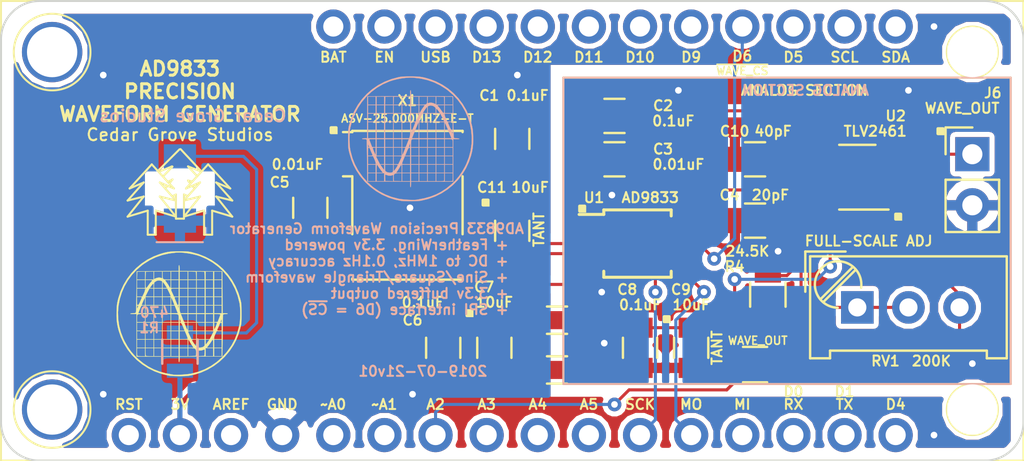
<source format=kicad_pcb>
(kicad_pcb (version 20171130) (host pcbnew "(5.0.0-rc2-dev-444-g2974a2c10)")
  (title_block (title Waveform_Generator) (date 2019-07-21) (rev v01) (company "Cedar Grove Studios"))
  (layers (0 F.Cu signal) (31 B.Cu signal) (34 B.Paste user hide) (35 F.Paste user) (36 B.SilkS user) (37 F.SilkS user) (38 B.Mask user) (39 F.Mask user) (44 Edge.Cuts user))
  (net 0 "")
  (net 1 GND)
  (net 2 +3V3)
  (net 3 "Net-(C1-Pad1)")
  (net 4 +3.3VA)
  (net 5 GNDA)
  (net 6 "Net-(C3-Pad2)")
  (net 7 "Net-(C4-Pad1)")
  (net 8 "Net-(C10-Pad1)")
  (net 9 "Net-(D1-Pad2)")
  (net 10 "Net-(J6-Pad1)")
  (net 11 /WAVE_OUT)
  (net 12 /SCLK)
  (net 13 /MOSI)
  (net 14 /~WAVE_CS)
  (net 15 /25MHZ_CLK)
  (module Adafruit:WAVE_GEN_LOGO (layer B.Cu) (at 115.6 102.1 180)
    (fp_text reference G*** hide)
    (fp_text value WAVE_GEN_LOGO hide)
  )
  (module Adafruit:NetTie_0603 (layer F.Cu) (at 122.875 111.125 180)
    (fp_text reference R2 hide)
    (fp_text value 0)
    (pad 1 smd rect (at -0.5 0 180) (size 1 0.9) (layers F.Cu F.Paste F.Mask) (net 4 +3.3VA))
    (pad 2 smd rect (at 0.5 0 180) (size 1 0.9) (layers F.Cu F.Paste F.Mask) (net 2 +3V3))
  )
  (module Adafruit:NetTie_0603 (layer F.Cu) (at 122.875 113.6 180)
    (fp_text reference R3 hide)
    (fp_text value 0)
    (pad 1 smd rect (at -0.5 0 180) (size 1 0.9) (layers F.Cu F.Paste F.Mask) (net 5 GNDA))
    (pad 2 smd rect (at 0.5 0 180) (size 1 0.9) (layers F.Cu F.Paste F.Mask) (net 1 GND))
  )
  (module Adafruit:Cedar_Grove_logo_lighted (layer F.Cu) (at 104.14 104.775)
    (fp_text reference D1)
    (fp_text value GRN)
    (pad 2 smd rect (at 0 -1.8) (size 1.6 1.2) (layers B.Cu B.Paste B.Mask) (net 9 "Net-(D1-Pad2)"))
    (pad 1 smd rect (at 0 1.4) (size 1.6 1.2) (layers B.Cu B.Paste B.Mask) (net 1 GND))
  )
  (module Pin_Headers:Pin_Header_Straight_1x02_Pitch2.54mm (layer F.Cu) (at 143.51 102.87)
    (fp_text reference J6 (at 1.016 -3.048) (layer F.SilkS) (effects (font (size 0.5 0.5) (thickness 0.1))))
    (fp_text value WAVE_OUT (at -0.508 -2.286) (layer F.SilkS) (effects (font (size 0.5 0.5) (thickness 0.1))))
    (pad 2 thru_hole oval (at 0 2.54) (size 1.7 1.7) (drill 1) (layers *.Cu *.Mask) (net 5 GNDA))
    (pad 1 thru_hole rect (at 0 0) (size 1.7 1.7) (drill 1) (layers *.Cu *.Mask) (net 10 "Net-(J6-Pad1)"))
  )
  (module Potentiometers:Potentiometer_Trimmer_Bourns_PV36W (layer F.Cu) (at 137.795 110.49)
    (fp_text reference RV1 (at 1.397 2.667) (layer F.SilkS) (effects (font (size 0.5 0.5) (thickness 0.1))))
    (fp_text value 200K (at 3.683 2.667) (layer F.SilkS) (effects (font (size 0.5 0.5) (thickness 0.1))))
    (pad 3 thru_hole circle (at 5.08 0 180) (size 1.62 1.62) (drill 0.9) (layers *.Cu *.Mask) (net 10 "Net-(J6-Pad1)"))
    (pad 2 thru_hole circle (at 2.54 0 180) (size 1.62 1.62) (drill 0.9) (layers *.Cu *.Mask) (net 8 "Net-(C10-Pad1)"))
    (pad 1 thru_hole rect (at 0 0 180) (size 1.62 1.62) (drill 0.9) (layers *.Cu *.Mask) (net 8 "Net-(C10-Pad1)"))
  )
  (module Housings_SSOP:MSOP-10_3x3mm_Pitch0.5mm (layer F.Cu) (at 126.873 107.315)
    (fp_text reference U1 (at -2.159 -2.286) (layer F.SilkS) (effects (font (size 0.5 0.5) (thickness 0.1))))
    (fp_text value AD9833 (at 0.635 -2.286) (layer F.SilkS) (effects (font (size 0.5 0.5) (thickness 0.1))))
    (pad 10 smd rect (at 2.2 -1) (size 1.4 0.3) (layers F.Cu F.Paste F.Mask) (net 7 "Net-(C4-Pad1)"))
    (pad 9 smd rect (at 2.2 -0.5) (size 1.4 0.3) (layers F.Cu F.Paste F.Mask) (net 5 GNDA))
    (pad 8 smd rect (at 2.2 0) (size 1.4 0.3) (layers F.Cu F.Paste F.Mask) (net 14 /~WAVE_CS))
    (pad 7 smd rect (at 2.2 0.5) (size 1.4 0.3) (layers F.Cu F.Paste F.Mask) (net 12 /SCLK))
    (pad 6 smd rect (at 2.2 1) (size 1.4 0.3) (layers F.Cu F.Paste F.Mask) (net 13 /MOSI))
    (pad 5 smd rect (at -2.2 1) (size 1.4 0.3) (layers F.Cu F.Paste F.Mask) (net 15 /25MHZ_CLK))
    (pad 4 smd rect (at -2.2 0.5) (size 1.4 0.3) (layers F.Cu F.Paste F.Mask) (net 1 GND))
    (pad 3 smd rect (at -2.2 0) (size 1.4 0.3) (layers F.Cu F.Paste F.Mask) (net 3 "Net-(C1-Pad1)"))
    (pad 2 smd rect (at -2.2 -0.5) (size 1.4 0.3) (layers F.Cu F.Paste F.Mask) (net 4 +3.3VA))
    (pad 1 smd rect (at -2.2 -1) (size 1.4 0.3) (layers F.Cu F.Paste F.Mask) (net 6 "Net-(C3-Pad2)"))
  )
  (module Oscillators:Oscillator_SMD_Abracon_ASV-4pin_7.0x5.1mm (layer F.Cu) (at 115.443 105.41 270)
    (fp_text reference X1 (at -5.207 0) (layer F.SilkS) (effects (font (size 0.5 0.5) (thickness 0.1))))
    (fp_text value ASV-25.000MHZ-E-T (at -4.318 0) (layer F.SilkS) (effects (font (size 0.4 0.4) (thickness 0.08))))
    (pad 4 smd rect (at -2.54 -2 270) (size 1.8 2) (layers F.Cu F.Paste F.Mask) (net 2 +3V3))
    (pad 3 smd rect (at 2.54 -2 270) (size 1.8 2) (layers F.Cu F.Paste F.Mask) (net 15 /25MHZ_CLK))
    (pad 2 smd rect (at 2.54 2 270) (size 1.8 2) (layers F.Cu F.Paste F.Mask) (net 1 GND))
    (pad 1 smd rect (at -2.54 2 270) (size 1.8 2) (layers F.Cu F.Paste F.Mask) (net 2 +3V3))
  )
  (module Adafruit:Adafruit_Feather_M4_Express_bare (layer F.Cu) (at 120.65 106.68)
    (fp_text reference M1)
    (fp_text value Feather_M4_Express)
    (fp_text user D1 (at 16.51 8.001) (layer F.SilkS) (effects (font (size 0.5 0.5) (thickness 0.1))))
    (fp_text user D0 (at 13.97 8.001) (layer F.SilkS) (effects (font (size 0.5 0.5) (thickness 0.1))))
    (fp_text user RST (at -19.05 8.636) (layer F.SilkS) (effects (font (size 0.5 0.5) (thickness 0.1))))
    (fp_text user 3V (at -16.51 8.636) (layer F.SilkS) (effects (font (size 0.5 0.5) (thickness 0.1))))
    (fp_text user AREF (at -13.97 8.636) (layer F.SilkS) (effects (font (size 0.5 0.5) (thickness 0.1))))
    (fp_text user GND (at -11.43 8.636) (layer F.SilkS) (effects (font (size 0.5 0.5) (thickness 0.1))))
    (fp_text user ~~A0 (at -8.89 8.636) (layer F.SilkS) (effects (font (size 0.5 0.5) (thickness 0.1))))
    (fp_text user ~~A1 (at -6.35 8.636) (layer F.SilkS) (effects (font (size 0.5 0.5) (thickness 0.1))))
    (fp_text user A2 (at -3.81 8.636) (layer F.SilkS) (effects (font (size 0.5 0.5) (thickness 0.1))))
    (fp_text user A4 (at 1.27 8.636) (layer F.SilkS) (effects (font (size 0.5 0.5) (thickness 0.1))))
    (fp_text user A5 (at 3.81 8.636) (layer F.SilkS) (effects (font (size 0.5 0.5) (thickness 0.1))))
    (fp_text user A3 (at -1.27 8.636) (layer F.SilkS) (effects (font (size 0.5 0.5) (thickness 0.1))))
    (fp_text user SCK (at 6.35 8.636) (layer F.SilkS) (effects (font (size 0.5 0.5) (thickness 0.1))))
    (fp_text user MI (at 11.43 8.636) (layer F.SilkS) (effects (font (size 0.5 0.5) (thickness 0.1))))
    (fp_text user MO (at 8.89 8.636) (layer F.SilkS) (effects (font (size 0.5 0.5) (thickness 0.1))))
    (fp_text user RX (at 13.97 8.636) (layer F.SilkS) (effects (font (size 0.5 0.5) (thickness 0.1))))
    (fp_text user D13 (at -1.27 -8.636) (layer F.SilkS) (effects (font (size 0.5 0.5) (thickness 0.1))))
    (fp_text user D11 (at 3.81 -8.636) (layer F.SilkS) (effects (font (size 0.5 0.5) (thickness 0.1))))
    (fp_text user D10 (at 6.35 -8.636) (layer F.SilkS) (effects (font (size 0.5 0.5) (thickness 0.1))))
    (fp_text user EN (at -6.35 -8.636) (layer F.SilkS) (effects (font (size 0.5 0.5) (thickness 0.1))))
    (fp_text user USB (at -3.81 -8.636) (layer F.SilkS) (effects (font (size 0.5 0.5) (thickness 0.1))))
    (fp_text user D12 (at 1.27 -8.636) (layer F.SilkS) (effects (font (size 0.5 0.5) (thickness 0.1))))
    (fp_text user BAT (at -8.89 -8.636) (layer F.SilkS) (effects (font (size 0.5 0.5) (thickness 0.1))))
    (fp_text user SDA (at 19.05 -8.636) (layer F.SilkS) (effects (font (size 0.5 0.5) (thickness 0.1))))
    (fp_text user SCL (at 16.51 -8.636) (layer F.SilkS) (effects (font (size 0.5 0.5) (thickness 0.1))))
    (fp_text user D6 (at 11.43 -8.6868) (layer F.SilkS) (effects (font (size 0.5 0.5) (thickness 0.1))))
    (fp_text user D9 (at 8.89 -8.636) (layer F.SilkS) (effects (font (size 0.5 0.5) (thickness 0.1))))
    (fp_text user D5 (at 13.97 -8.636) (layer F.SilkS) (effects (font (size 0.5 0.5) (thickness 0.1))))
    (fp_text user TX (at 16.51 8.636) (layer F.SilkS) (effects (font (size 0.5 0.5) (thickness 0.1))))
    (fp_text user D4 (at 19.05 8.636) (layer F.SilkS) (effects (font (size 0.5 0.5) (thickness 0.1))))
    (pad 1 thru_hole circle (at -19.05 10.16) (size 1.7 1.7) (drill 1) (layers *.Cu *.Mask))
    (pad 2 thru_hole circle (at -16.51 10.16) (size 1.7 1.7) (drill 1) (layers *.Cu *.Mask) (net 2 +3V3))
    (pad 3 thru_hole circle (at -13.97 10.16) (size 1.7 1.7) (drill 1) (layers *.Cu *.Mask))
    (pad 4 thru_hole circle (at -11.43 10.16) (size 1.7 1.7) (drill 1) (layers *.Cu *.Mask) (net 1 GND))
    (pad 5 thru_hole circle (at -8.89 10.16) (size 1.7 1.7) (drill 1) (layers *.Cu *.Mask))
    (pad 6 thru_hole circle (at -6.35 10.16) (size 1.7 1.7) (drill 1) (layers *.Cu *.Mask))
    (pad 7 thru_hole circle (at -3.81 10.16) (size 1.7 1.7) (drill 1) (layers *.Cu *.Mask) (net 11 /WAVE_OUT))
    (pad 8 thru_hole circle (at -1.27 10.16) (size 1.7 1.7) (drill 1) (layers *.Cu *.Mask))
    (pad 9 thru_hole circle (at 1.27 10.16) (size 1.7 1.7) (drill 1) (layers *.Cu *.Mask))
    (pad 10 thru_hole circle (at 3.81 10.16) (size 1.7 1.7) (drill 1) (layers *.Cu *.Mask))
    (pad 11 thru_hole circle (at 6.35 10.16) (size 1.7 1.7) (drill 1) (layers *.Cu *.Mask) (net 12 /SCLK))
    (pad 12 thru_hole circle (at 8.89 10.16) (size 1.7 1.7) (drill 1) (layers *.Cu *.Mask) (net 13 /MOSI))
    (pad 13 thru_hole circle (at 11.43 10.16) (size 1.7 1.7) (drill 1) (layers *.Cu *.Mask))
    (pad 14 thru_hole circle (at 13.97 10.16) (size 1.7 1.7) (drill 1) (layers *.Cu *.Mask))
    (pad 15 thru_hole circle (at 16.51 10.16) (size 1.7 1.7) (drill 1) (layers *.Cu *.Mask))
    (pad 16 thru_hole circle (at 19.05 10.16) (size 1.7 1.7) (drill 1) (layers *.Cu *.Mask))
    (pad 17 thru_hole circle (at -8.89 -10.16) (size 1.7 1.7) (drill 1) (layers *.Cu *.Mask))
    (pad 18 thru_hole circle (at -6.35 -10.16) (size 1.7 1.7) (drill 1) (layers *.Cu *.Mask))
    (pad 19 thru_hole circle (at -3.81 -10.16) (size 1.7 1.7) (drill 1) (layers *.Cu *.Mask))
    (pad 20 thru_hole circle (at -1.27 -10.16) (size 1.7 1.7) (drill 1) (layers *.Cu *.Mask))
    (pad 21 thru_hole circle (at 1.27 -10.16) (size 1.7 1.7) (drill 1) (layers *.Cu *.Mask))
    (pad 22 thru_hole circle (at 3.81 -10.16) (size 1.7 1.7) (drill 1) (layers *.Cu *.Mask))
    (pad 23 thru_hole circle (at 6.35 -10.16) (size 1.7 1.7) (drill 1) (layers *.Cu *.Mask))
    (pad 24 thru_hole circle (at 8.89 -10.16) (size 1.7 1.7) (drill 1) (layers *.Cu *.Mask))
    (pad 25 thru_hole circle (at 11.43 -10.16) (size 1.7 1.7) (drill 1) (layers *.Cu *.Mask) (net 14 /~WAVE_CS))
    (pad 26 thru_hole circle (at 13.97 -10.16) (size 1.7 1.7) (drill 1) (layers *.Cu *.Mask))
    (pad 27 thru_hole circle (at 16.51 -10.16) (size 1.7 1.7) (drill 1) (layers *.Cu *.Mask))
    (pad 28 thru_hole circle (at 19.05 -10.16) (size 1.7 1.7) (drill 1) (layers *.Cu *.Mask))
    (pad "" np_thru_hole circle (at 22.86 -8.89) (size 2.5 2.5) (drill 2.5) (layers *.Cu *.Mask))
    (pad "" np_thru_hole circle (at 22.86 8.89) (size 2.5 2.5) (drill 2.5) (layers *.Cu *.Mask))
    (pad "" thru_hole circle (at -22.86 8.89) (size 3 3) (drill 2.5) (layers *.Cu *.Mask))
    (pad "" thru_hole circle (at -22.86 -8.89) (size 3 3) (drill 2.5) (layers *.Cu *.Mask))
  )
  (module Capacitors_SMD:C_0805 (layer F.Cu) (at 120.65 102.108 90)
    (fp_text reference C1 (at 2.159 -1.143) (layer F.SilkS) (effects (font (size 0.5 0.5) (thickness 0.1))))
    (fp_text value 0.1uF (at 2.159 0.762 180) (layer F.SilkS) (effects (font (size 0.5 0.5) (thickness 0.1))))
    (pad 1 smd rect (at -1 0 90) (size 1 1.25) (layers F.Cu F.Paste F.Mask) (net 3 "Net-(C1-Pad1)"))
    (pad 2 smd rect (at 1 0 90) (size 1 1.25) (layers F.Cu F.Paste F.Mask) (net 1 GND))
  )
  (module Capacitors_SMD:C_0805 (layer F.Cu) (at 125.73 100.965 180)
    (fp_text reference C2 (at -2.413 0.508 180) (layer F.SilkS) (effects (font (size 0.5 0.5) (thickness 0.1))))
    (fp_text value 0.1uF (at -2.921 -0.254 180) (layer F.SilkS) (effects (font (size 0.5 0.5) (thickness 0.1))))
    (pad 2 smd rect (at 1 0 180) (size 1 1.25) (layers F.Cu F.Paste F.Mask) (net 5 GNDA))
    (pad 1 smd rect (at -1 0 180) (size 1 1.25) (layers F.Cu F.Paste F.Mask) (net 4 +3.3VA))
  )
  (module Capacitors_SMD:C_0805 (layer F.Cu) (at 125.73 103.124 180)
    (fp_text reference C3 (at -2.413 0.508) (layer F.SilkS) (effects (font (size 0.5 0.5) (thickness 0.1))))
    (fp_text value 0.01uF (at -3.175 -0.254) (layer F.SilkS) (effects (font (size 0.5 0.5) (thickness 0.1))))
    (pad 1 smd rect (at -1 0 180) (size 1 1.25) (layers F.Cu F.Paste F.Mask) (net 4 +3.3VA))
    (pad 2 smd rect (at 1 0 180) (size 1 1.25) (layers F.Cu F.Paste F.Mask) (net 6 "Net-(C3-Pad2)"))
  )
  (module Capacitors_SMD:C_0805 (layer F.Cu) (at 132.715 106.172 180)
    (fp_text reference C4 (at 1.27 1.27 180) (layer F.SilkS) (effects (font (size 0.5 0.5) (thickness 0.1))))
    (fp_text value 20pF (at -0.762 1.27 180) (layer F.SilkS) (effects (font (size 0.5 0.5) (thickness 0.1))))
    (pad 1 smd rect (at -1 0 180) (size 1 1.25) (layers F.Cu F.Paste F.Mask) (net 7 "Net-(C4-Pad1)"))
    (pad 2 smd rect (at 1 0 180) (size 1 1.25) (layers F.Cu F.Paste F.Mask) (net 5 GNDA))
  )
  (module Capacitors_SMD:C_0805 (layer F.Cu) (at 110.617 105.537 270)
    (fp_text reference C5 (at -1.27 1.524) (layer F.SilkS) (effects (font (size 0.5 0.5) (thickness 0.1))))
    (fp_text value 0.01uF (at -2.159 0.635) (layer F.SilkS) (effects (font (size 0.5 0.5) (thickness 0.1))))
    (pad 2 smd rect (at 1 0 270) (size 1 1.25) (layers F.Cu F.Paste F.Mask) (net 1 GND))
    (pad 1 smd rect (at -1 0 270) (size 1 1.25) (layers F.Cu F.Paste F.Mask) (net 2 +3V3))
  )
  (module Capacitors_SMD:C_0805 (layer F.Cu) (at 119.761 112.499 270)
    (fp_text reference C7 (at -3.025 0.508) (layer F.SilkS) (effects (font (size 0.5 0.5) (thickness 0.1))))
    (fp_text value 10uF (at -2.263 0) (layer F.SilkS) (effects (font (size 0.5 0.5) (thickness 0.1))))
    (pad 1 smd rect (at -1 0 270) (size 1 1.25) (layers F.Cu F.Paste F.Mask) (net 2 +3V3))
    (pad 2 smd rect (at 1 0 270) (size 1 1.25) (layers F.Cu F.Paste F.Mask) (net 1 GND))
  )
  (module Capacitors_SMD:C_0805 (layer F.Cu) (at 129.54 112.499 270)
    (fp_text reference C9 (at -2.898 0.508) (layer F.SilkS) (effects (font (size 0.5 0.5) (thickness 0.1))))
    (fp_text value 10uF (at -2.136 0) (layer F.SilkS) (effects (font (size 0.5 0.5) (thickness 0.1))))
    (pad 2 smd rect (at 1 0 270) (size 1 1.25) (layers F.Cu F.Paste F.Mask) (net 5 GNDA))
    (pad 1 smd rect (at -1 0 270) (size 1 1.25) (layers F.Cu F.Paste F.Mask) (net 4 +3.3VA))
  )
  (module Capacitors_SMD:C_0805 (layer F.Cu) (at 132.715 103.124 180)
    (fp_text reference C10 (at 1.016 1.397 180) (layer F.SilkS) (effects (font (size 0.5 0.5) (thickness 0.1))))
    (fp_text value 40pF (at -0.889 1.397 180) (layer F.SilkS) (effects (font (size 0.5 0.5) (thickness 0.1))))
    (pad 2 smd rect (at 1 0 180) (size 1 1.25) (layers F.Cu F.Paste F.Mask) (net 5 GNDA))
    (pad 1 smd rect (at -1 0 180) (size 1 1.25) (layers F.Cu F.Paste F.Mask) (net 8 "Net-(C10-Pad1)"))
  )
  (module Capacitors_SMD:C_0805 (layer F.Cu) (at 120.65 106.68 270)
    (fp_text reference C11 (at -2.159 1.016) (layer F.SilkS) (effects (font (size 0.5 0.5) (thickness 0.1))))
    (fp_text value 10uF (at -2.159 -0.889) (layer F.SilkS) (effects (font (size 0.5 0.5) (thickness 0.1))))
    (pad 2 smd rect (at 1 0 270) (size 1 1.25) (layers F.Cu F.Paste F.Mask) (net 1 GND))
    (pad 1 smd rect (at -1 0 270) (size 1 1.25) (layers F.Cu F.Paste F.Mask) (net 3 "Net-(C1-Pad1)"))
  )
  (module Resistors_SMD:R_0805 (layer B.Cu) (at 104.14 112.69 270)
    (fp_text reference R1 (at -1.184 1.524 180) (layer B.SilkS) (effects (font (size 0.5 0.5) (thickness 0.1)) (justify mirror)))
    (fp_text value 470 (at -1.946 1.27 180) (layer B.SilkS) (effects (font (size 0.5 0.5) (thickness 0.1)) (justify mirror)))
    (pad 1 smd rect (at -0.95 0 270) (size 0.7 1.3) (layers B.Cu B.Paste B.Mask) (net 9 "Net-(D1-Pad2)"))
    (pad 2 smd rect (at 0.95 0 270) (size 0.7 1.3) (layers B.Cu B.Paste B.Mask) (net 2 +3V3))
  )
  (module Resistors_SMD:R_0805 (layer F.Cu) (at 133.35 109.855 90)
    (fp_text reference R4 (at 1.397 -1.651 180) (layer F.SilkS) (effects (font (size 0.5 0.5) (thickness 0.1))))
    (fp_text value 24.5K (at 2.159 -1.016 180) (layer F.SilkS) (effects (font (size 0.5 0.5) (thickness 0.1))))
    (pad 2 smd rect (at 0.95 0 90) (size 0.7 1.3) (layers F.Cu F.Paste F.Mask) (net 8 "Net-(C10-Pad1)"))
    (pad 1 smd rect (at -0.95 0 90) (size 0.7 1.3) (layers F.Cu F.Paste F.Mask) (net 5 GNDA))
  )
  (module Resistors_SMD:R_0805 (layer F.Cu) (at 132.715 113.334)
    (fp_text reference R5 hide)
    (fp_text value 0)
    (pad 2 smd rect (at 0.95 0) (size 0.7 1.3) (layers F.Cu F.Paste F.Mask) (net 10 "Net-(J6-Pad1)"))
    (pad 1 smd rect (at -0.95 0) (size 0.7 1.3) (layers F.Cu F.Paste F.Mask) (net 11 /WAVE_OUT))
  )
  (module Capacitors_SMD:C_0805 (layer F.Cu) (at 127 112.499 270)
    (fp_text reference C8 (at -2.898 0.635) (layer F.SilkS) (effects (font (size 0.5 0.5) (thickness 0.1))))
    (fp_text value 0.1uF (at -2.136 0) (layer F.SilkS) (effects (font (size 0.5 0.5) (thickness 0.1))))
    (pad 2 smd rect (at 1 0 270) (size 1 1.25) (layers F.Cu F.Paste F.Mask) (net 5 GNDA))
    (pad 1 smd rect (at -1 0 270) (size 1 1.25) (layers F.Cu F.Paste F.Mask) (net 4 +3.3VA))
  )
  (module Capacitors_SMD:C_0805 (layer F.Cu) (at 117.221 112.499 270)
    (fp_text reference C6 (at -1.374 1.524) (layer F.SilkS) (effects (font (size 0.5 0.5) (thickness 0.1))))
    (fp_text value 0.1uF (at -2.263 1.016) (layer F.SilkS) (effects (font (size 0.5 0.5) (thickness 0.1))))
    (pad 2 smd rect (at 1 0 270) (size 1 1.25) (layers F.Cu F.Paste F.Mask) (net 1 GND))
    (pad 1 smd rect (at -1 0 270) (size 1 1.25) (layers F.Cu F.Paste F.Mask) (net 2 +3V3))
  )
  (module TO_SOT_Packages_SMD:SOT-23-5_HandSoldering (layer F.Cu) (at 137.795 104.013 180)
    (fp_text reference U2 (at -1.905 3.048 180) (layer F.SilkS) (effects (font (size 0.5 0.5) (thickness 0.1))))
    (fp_text value TLV2461 (at -0.889 2.286 180) (layer F.SilkS) (effects (font (size 0.5 0.5) (thickness 0.1))))
    (pad 5 smd rect (at 1.35 -0.95 180) (size 1.56 0.65) (layers F.Cu F.Paste F.Mask) (net 4 +3.3VA))
    (pad 4 smd rect (at 1.35 0.95 180) (size 1.56 0.65) (layers F.Cu F.Paste F.Mask) (net 8 "Net-(C10-Pad1)"))
    (pad 3 smd rect (at -1.35 0.95 180) (size 1.56 0.65) (layers F.Cu F.Paste F.Mask) (net 7 "Net-(C4-Pad1)"))
    (pad 2 smd rect (at -1.35 0 180) (size 1.56 0.65) (layers F.Cu F.Paste F.Mask) (net 5 GNDA))
    (pad 1 smd rect (at -1.35 -0.95 180) (size 1.56 0.65) (layers F.Cu F.Paste F.Mask) (net 10 "Net-(J6-Pad1)"))
  )
  (module Adafruit:WAVE_GEN_LOGO (layer F.Cu) (at 104.1 110.8)
    (fp_text reference G*** hide)
    (fp_text value WAVE_GEN_LOGO hide)
  )
  (gr_text WAVE_OUT (at 131.318 112.141) (layer F.SilkS) (effects (font (size 0.4 0.4) (thickness 0.08)) (justify left)))
  (gr_poly (pts (xy 111.65 101.8) (xy 111.65 101.55) (xy 111.9 101.55) (xy 111.9 101.8)) (layer F.SilkS) (width 0.15))
  (gr_poly (pts (xy 124 105.7) (xy 124 105.45) (xy 124.25 105.45) (xy 124.25 105.7)) (layer F.SilkS) (width 0.15))
  (gr_poly (pts (xy 139.7 106.1) (xy 139.7 105.85) (xy 139.95 105.85) (xy 139.95 106.1)) (layer F.SilkS) (width 0.15))
  (gr_poly (pts (xy 128.2 111.2) (xy 128.2 110.95) (xy 128.45 110.95) (xy 128.45 111.2)) (layer F.SilkS) (width 0.15))
  (gr_poly (pts (xy 119.2 105.4) (xy 119.2 105.15) (xy 119.45 105.15) (xy 119.45 105.4)) (layer F.SilkS) (width 0.15))
  (gr_poly (pts (xy 118.4 110.9) (xy 118.4 110.65) (xy 118.65 110.65) (xy 118.65 110.9)) (layer F.SilkS) (width 0.15))
  (gr_poly (pts (xy 141.8 101.85) (xy 141.8 101.6) (xy 142.05 101.6) (xy 142.05 101.85)) (layer F.SilkS) (width 0.15))
  (gr_text TANT (at 130.825 112.5 90) (layer F.SilkS) (effects (font (size 0.5 0.5) (thickness 0.1))))
  (gr_text TANT (at 121.975 106.625 90) (layer F.SilkS) (effects (font (size 0.5 0.5) (thickness 0.1))))
  (gr_text "Cedar Grove Studios" (at 104.775 100.965) (layer B.SilkS) (effects (font (size 0.6 0.6) (thickness 0.1)) (justify mirror)))
  (gr_text "AD9833 Precision Waveform Generator\n  + FeatherWing, 3.3v powered\n  + DC to 1MHz, 0.1Hz accuracy\n  + Sine/Square/Triangle waveform\n  + 3.3v buffered output\n  + SPI interface (D6 = ~CS~)" (at 121.285 108.585) (layer B.SilkS) (effects (font (size 0.5 0.5) (thickness 0.1)) (justify left mirror)))
  (gr_text 2019-07-21v01 (at 116.205 113.665) (layer B.SilkS) (effects (font (size 0.5 0.5) (thickness 0.1)) (justify mirror)))
  (gr_text "Cedar Grove Studios" (at 104.14 101.9) (layer F.SilkS) (effects (font (size 0.6 0.6) (thickness 0.1))))
  (gr_arc (start 97.155 97.155) (end 97.155 95.25) (angle -90) (layer Edge.Cuts) (width 0.1))
  (gr_arc (start 97.155 116.205) (end 95.25 116.205) (angle -90) (layer Edge.Cuts) (width 0.1))
  (gr_arc (start 144.145 116.205) (end 144.145 118.11) (angle -90) (layer Edge.Cuts) (width 0.1))
  (gr_arc (start 144.145 97.155) (end 146.05 97.155) (angle -90) (layer Edge.Cuts) (width 0.1))
  (gr_text "ANALOG SECTION" (at 138.43 99.695) (layer B.SilkS) (effects (font (size 0.5 0.5) (thickness 0.1)) (justify left mirror)))
  (gr_text "ANALOG SECTION" (at 131.953 99.695) (layer F.SilkS) (effects (font (size 0.5 0.5) (thickness 0.1)) (justify left)))
  (gr_line (start 123.19 99.06) (end 123.19 114.3) (layer B.SilkS) (width 0.1))
  (gr_line (start 145.415 99.06) (end 123.19 99.06) (layer B.SilkS) (width 0.1))
  (gr_line (start 145.415 114.3) (end 145.415 99.06) (layer B.SilkS) (width 0.1))
  (gr_line (start 123.19 114.3) (end 145.415 114.3) (layer B.SilkS) (width 0.1))
  (gr_line (start 145.415 99.06) (end 123.19 99.06) (layer F.SilkS) (width 0.1))
  (gr_line (start 145.415 114.3) (end 145.415 99.06) (layer F.SilkS) (width 0.1))
  (gr_line (start 123.19 114.3) (end 145.415 114.3) (layer F.SilkS) (width 0.1))
  (gr_line (start 123.19 99.06) (end 123.19 114.3) (layer F.SilkS) (width 0.1))
  (gr_text "FULL-SCALE ADJ" (at 135.128 107.188) (layer F.SilkS) (effects (font (size 0.5 0.5) (thickness 0.1)) (justify left)))
  (gr_text ~WAVE_CS (at 132.08 98.7298) (layer F.SilkS) (effects (font (size 0.4 0.4) (thickness 0.08))))
  (gr_text "AD9833\nPRECISION\nWAVEFORM GENERATOR" (at 104.14 99.75) (layer F.SilkS) (effects (font (size 0.7 0.7))))
  (gr_line (start 95.25 116.205) (end 95.25 97.155) (layer Edge.Cuts) (width 0.1))
  (gr_line (start 144.145 118.11) (end 97.155 118.11) (layer Edge.Cuts) (width 0.1))
  (gr_line (start 146.05 97.155) (end 146.05 116.205) (layer Edge.Cuts) (width 0.1))
  (gr_line (start 97.155 95.25) (end 144.145 95.25) (layer Edge.Cuts) (width 0.1))
  (segment (start 109.585 104.537) (end 110.617 104.537) (width 0.254) (layer F.Cu) (net 2))
  (segment (start 104.14 116.84) (end 104.14 115.316) (width 0.254) (layer F.Cu) (net 2))
  (segment (start 104.902 114.554) (end 107.823 114.554) (width 0.254) (layer F.Cu) (net 2))
  (segment (start 107.823 114.554) (end 108.839 113.538) (width 0.254) (layer F.Cu) (net 2))
  (segment (start 108.839 113.538) (end 108.839 105.283) (width 0.254) (layer F.Cu) (net 2))
  (segment (start 104.14 115.316) (end 104.902 114.554) (width 0.254) (layer F.Cu) (net 2))
  (segment (start 108.839 105.283) (end 109.585 104.537) (width 0.254) (layer F.Cu) (net 2))
  (segment (start 113.443 104.362) (end 113.443 102.87) (width 0.254) (layer F.Cu) (net 2))
  (segment (start 113.284 104.521) (end 113.443 104.362) (width 0.254) (layer F.Cu) (net 2))
  (segment (start 111.512 104.521) (end 113.284 104.521) (width 0.254) (layer F.Cu) (net 2))
  (segment (start 110.617 104.537) (end 111.496 104.537) (width 0.254) (layer F.Cu) (net 2))
  (segment (start 111.496 104.537) (end 111.512 104.521) (width 0.254) (layer F.Cu) (net 2))
  (segment (start 114.697 102.87) (end 117.443 102.87) (width 0.254) (layer F.Cu) (net 2))
  (segment (start 113.443 102.87) (end 114.697 102.87) (width 0.254) (layer F.Cu) (net 2))
  (segment (start 104.14 115.637919) (end 104.14 113.64) (width 0.254) (layer B.Cu) (net 2))
  (segment (start 104.14 116.84) (end 104.14 115.637919) (width 0.254) (layer B.Cu) (net 2))
  (segment (start 107.823 114.554) (end 114.3 114.554) (width 0.254) (layer F.Cu) (net 2))
  (segment (start 114.3 114.554) (end 115.316 113.538) (width 0.254) (layer F.Cu) (net 2))
  (segment (start 115.316 113.538) (end 115.316 112.141) (width 0.254) (layer F.Cu) (net 2))
  (segment (start 115.958 111.499) (end 117.221 111.499) (width 0.254) (layer F.Cu) (net 2))
  (segment (start 115.316 112.141) (end 115.958 111.499) (width 0.254) (layer F.Cu) (net 2))
  (segment (start 117.221 111.499) (end 119.761 111.499) (width 0.254) (layer F.Cu) (net 2))
  (segment (start 121.612 111.499) (end 121.986 111.125) (width 0.254) (layer F.Cu) (net 2))
  (segment (start 119.761 111.499) (end 121.612 111.499) (width 0.254) (layer F.Cu) (net 2))
  (segment (start 124.673 107.315) (end 123.063 107.315) (width 0.1524) (layer F.Cu) (net 3))
  (segment (start 120.65 105.68) (end 120.65 103.108) (width 0.1524) (layer F.Cu) (net 3))
  (segment (start 120.65 105.68) (end 121.412 105.68) (width 0.1524) (layer F.Cu) (net 3))
  (segment (start 121.412 105.68) (end 121.285 105.68) (width 0.1524) (layer F.Cu) (net 3))
  (segment (start 121.428 105.68) (end 120.65 105.68) (width 0.1524) (layer F.Cu) (net 3))
  (segment (start 121.92 106.172) (end 121.428 105.68) (width 0.1524) (layer F.Cu) (net 3))
  (segment (start 121.92 106.934) (end 121.92 106.172) (width 0.1524) (layer F.Cu) (net 3))
  (segment (start 123.063 107.315) (end 122.301 107.315) (width 0.1524) (layer F.Cu) (net 3))
  (segment (start 122.301 107.315) (end 121.92 106.934) (width 0.1524) (layer F.Cu) (net 3))
  (segment (start 126.626 111.125) (end 127 111.499) (width 0.1524) (layer F.Cu) (net 4))
  (segment (start 124.775 111.125) (end 126.626 111.125) (width 0.1524) (layer F.Cu) (net 4))
  (segment (start 127 111.499) (end 129.54 111.499) (width 0.1524) (layer F.Cu) (net 4))
  (segment (start 125.2774 111.125) (end 126.5474 109.855) (width 0.1524) (layer F.Cu) (net 4))
  (segment (start 124.775 111.125) (end 125.2774 111.125) (width 0.1524) (layer F.Cu) (net 4))
  (segment (start 126.1744 106.815) (end 126.5474 107.188) (width 0.1524) (layer F.Cu) (net 4))
  (segment (start 124.673 106.815) (end 126.1744 106.815) (width 0.1524) (layer F.Cu) (net 4))
  (segment (start 126.5474 109.855) (end 126.5474 107.188) (width 0.1524) (layer F.Cu) (net 4))
  (via (at 131.699 109.093) (size 0.6858) (drill 0.3302) (layers F.Cu B.Cu) (net 4))
  (segment (start 136.445 106.6) (end 136.445 106.6) (width 0.1524) (layer F.Cu) (net 4))
  (via (at 136.445 108.458) (size 0.6858) (drill 0.3302) (layers F.Cu B.Cu) (net 4))
  (segment (start 126.5474 107.188) (end 126.5474 104.3224) (width 0.1524) (layer F.Cu) (net 4))
  (segment (start 126.73 104.1398) (end 126.73 103.124) (width 0.1524) (layer F.Cu) (net 4))
  (segment (start 126.5474 104.3224) (end 126.73 104.1398) (width 0.1524) (layer F.Cu) (net 4))
  (segment (start 126.73 102.3466) (end 126.73 100.965) (width 0.1524) (layer F.Cu) (net 4))
  (segment (start 126.73 103.124) (end 126.73 102.3466) (width 0.1524) (layer F.Cu) (net 4))
  (segment (start 131.699 110.236) (end 131.699 109.093) (width 0.1524) (layer F.Cu) (net 4))
  (segment (start 131.699 110.871) (end 131.699 110.236) (width 0.1524) (layer F.Cu) (net 4))
  (segment (start 131.071 111.499) (end 131.699 110.871) (width 0.1524) (layer F.Cu) (net 4))
  (segment (start 129.54 111.499) (end 131.071 111.499) (width 0.1524) (layer F.Cu) (net 4))
  (segment (start 124.673 106.315) (end 124.673 106.0126) (width 0.1524) (layer F.Cu) (net 6))
  (segment (start 124.73 105.9556) (end 124.73 103.124) (width 0.1524) (layer F.Cu) (net 6))
  (segment (start 124.673 106.0126) (end 124.73 105.9556) (width 0.1524) (layer F.Cu) (net 6))
  (segment (start 133.715 105.14) (end 133.715 106.172) (width 0.1524) (layer F.Cu) (net 7))
  (segment (start 133.223 104.648) (end 133.715 105.14) (width 0.1524) (layer F.Cu) (net 7))
  (segment (start 131.064 104.648) (end 133.223 104.648) (width 0.1524) (layer F.Cu) (net 7))
  (segment (start 139.145 103.063) (end 139.145 102.5856) (width 0.1524) (layer F.Cu) (net 7))
  (segment (start 129.073 106.315) (end 129.073 105.242) (width 0.1524) (layer F.Cu) (net 7))
  (segment (start 129.667 104.648) (end 131.064 104.648) (width 0.1524) (layer F.Cu) (net 7))
  (segment (start 129.073 105.242) (end 129.667 104.648) (width 0.1524) (layer F.Cu) (net 7))
  (segment (start 133.776 103.063) (end 133.715 103.124) (width 0.1524) (layer F.Cu) (net 8))
  (segment (start 136.445 103.063) (end 133.776 103.063) (width 0.1524) (layer F.Cu) (net 8))
  (segment (start 135.5126 103.063) (end 135.001 103.5746) (width 0.1524) (layer F.Cu) (net 8))
  (segment (start 136.445 103.063) (end 135.5126 103.063) (width 0.1524) (layer F.Cu) (net 8))
  (segment (start 135.001 103.5746) (end 135.001 108.204) (width 0.1524) (layer F.Cu) (net 8))
  (segment (start 134.3 108.905) (end 133.35 108.905) (width 0.1524) (layer F.Cu) (net 8))
  (segment (start 135.001 108.204) (end 134.3 108.905) (width 0.1524) (layer F.Cu) (net 8))
  (segment (start 104.9424 111.74) (end 104.9624 111.76) (width 0.1524) (layer B.Cu) (net 9))
  (segment (start 104.14 111.74) (end 104.9424 111.74) (width 0.1524) (layer B.Cu) (net 9))
  (segment (start 104.9624 111.76) (end 107.442 111.76) (width 0.1524) (layer B.Cu) (net 9))
  (segment (start 107.442 111.76) (end 107.95 111.252) (width 0.1524) (layer B.Cu) (net 9))
  (segment (start 107.95 111.252) (end 107.95 103.632) (width 0.1524) (layer B.Cu) (net 9))
  (segment (start 107.293 102.975) (end 104.14 102.975) (width 0.1524) (layer B.Cu) (net 9))
  (segment (start 107.95 103.632) (end 107.293 102.975) (width 0.1524) (layer B.Cu) (net 9))
  (segment (start 140.0774 104.963) (end 140.1434 105.029) (width 0.1524) (layer F.Cu) (net 10))
  (segment (start 139.145 104.963) (end 140.0774 104.963) (width 0.1524) (layer F.Cu) (net 10))
  (segment (start 140.1434 105.029) (end 140.843 105.029) (width 0.1524) (layer F.Cu) (net 10))
  (segment (start 140.843 105.029) (end 141.478 104.394) (width 0.1524) (layer F.Cu) (net 10))
  (segment (start 141.478 104.394) (end 141.478 103.378) (width 0.1524) (layer F.Cu) (net 10))
  (segment (start 141.986 102.87) (end 143.51 102.87) (width 0.1524) (layer F.Cu) (net 10))
  (segment (start 141.478 103.378) (end 141.986 102.87) (width 0.1524) (layer F.Cu) (net 10))
  (via (at 127.762 109.728) (size 0.6858) (drill 0.3302) (layers F.Cu B.Cu) (net 12))
  (segment (start 127.762 109.243067) (end 127.762 109.728) (width 0.1524) (layer F.Cu) (net 12))
  (segment (start 127.762 108.2736) (end 127.762 109.243067) (width 0.1524) (layer F.Cu) (net 12))
  (segment (start 128.2206 107.815) (end 127.762 108.2736) (width 0.1524) (layer F.Cu) (net 12))
  (segment (start 129.073 107.815) (end 128.2206 107.815) (width 0.1524) (layer F.Cu) (net 12))
  (segment (start 127.762 116.078) (end 127 116.84) (width 0.1524) (layer B.Cu) (net 12))
  (segment (start 127.762 109.728) (end 127.762 116.078) (width 0.1524) (layer B.Cu) (net 12))
  (segment (start 129.073 108.6174) (end 130.175 109.7194) (width 0.1524) (layer F.Cu) (net 13))
  (segment (start 129.073 108.315) (end 129.073 108.6174) (width 0.1524) (layer F.Cu) (net 13))
  (segment (start 130.175 109.7194) (end 130.175 109.7194) (width 0.1524) (layer F.Cu) (net 13))
  (via (at 130.175 109.7194) (size 0.6858) (drill 0.3302) (layers F.Cu B.Cu) (net 13))
  (segment (start 128.778 111.1164) (end 130.175 109.7194) (width 0.1524) (layer B.Cu) (net 13))
  (segment (start 129.54 116.84) (end 128.778 116.078) (width 0.1524) (layer B.Cu) (net 13))
  (segment (start 128.778 116.078) (end 128.778 111.1164) (width 0.1524) (layer B.Cu) (net 13))
  (segment (start 129.9254 107.315) (end 130.683 108.0726) (width 0.1524) (layer F.Cu) (net 14))
  (segment (start 129.073 107.315) (end 129.9254 107.315) (width 0.1524) (layer F.Cu) (net 14))
  (segment (start 130.683 108.0726) (end 130.683 108.0726) (width 0.1524) (layer F.Cu) (net 14))
  (via (at 130.683 108.0726) (size 0.6858) (drill 0.3302) (layers F.Cu B.Cu) (net 14))
  (segment (start 130.683 108.0726) (end 131.699 107.0566) (width 0.1524) (layer B.Cu) (net 14))
  (segment (start 131.699 107.0566) (end 131.699 98.171) (width 0.1524) (layer B.Cu) (net 14))
  (segment (start 132.08 97.79) (end 132.08 96.52) (width 0.1524) (layer B.Cu) (net 14))
  (segment (start 131.699 98.171) (end 132.08 97.79) (width 0.1524) (layer B.Cu) (net 14))
  (segment (start 117.443 109.0024) (end 117.7876 109.347) (width 0.1524) (layer F.Cu) (net 15))
  (segment (start 117.443 107.95) (end 117.443 109.0024) (width 0.1524) (layer F.Cu) (net 15))
  (segment (start 117.7876 109.347) (end 124.079 109.347) (width 0.1524) (layer F.Cu) (net 15))
  (segment (start 124.673 108.753) (end 124.673 108.315) (width 0.1524) (layer F.Cu) (net 15))
  (segment (start 124.079 109.347) (end 124.673 108.753) (width 0.1524) (layer F.Cu) (net 15))
  (via (at 115.57 105.537) (size 0.6858) (drill 0.3302) (layers F.Cu B.Cu) (net 1))
  (via (at 120.904 98.933) (size 0.6858) (drill 0.3302) (layers F.Cu B.Cu) (net 1))
  (via (at 100.33 98.933) (size 0.6858) (drill 0.3302) (layers F.Cu B.Cu) (net 1))
  (via (at 100.33 114.808) (size 0.6858) (drill 0.3302) (layers F.Cu B.Cu) (net 1))
  (via (at 115.697 114.808) (size 0.6858) (drill 0.3302) (layers F.Cu B.Cu) (net 1))
  (segment (start 120.785 107.815) (end 120.65 107.68) (width 0.1524) (layer F.Cu) (net 1))
  (segment (start 124.673 107.815) (end 120.785 107.815) (width 0.1524) (layer F.Cu) (net 1))
  (via (at 141.605 96.52) (size 0.6858) (drill 0.3302) (layers F.Cu B.Cu) (net 1))
  (via (at 141.605 116.84) (size 0.6858) (drill 0.3302) (layers F.Cu B.Cu) (net 1))
  (segment (start 122.375 111.125) (end 121.986 111.125) (width 0.254) (layer F.Cu) (net 2))
  (segment (start 135.81 109.093) (end 136.445 108.458) (width 0.1524) (layer B.Cu) (net 4))
  (segment (start 131.699 109.093) (end 135.81 109.093) (width 0.1524) (layer B.Cu) (net 4))
  (segment (start 136.445 107.973067) (end 136.445 106.426) (width 0.1524) (layer F.Cu) (net 4))
  (segment (start 136.445 108.458) (end 136.445 107.973067) (width 0.1524) (layer F.Cu) (net 4))
  (segment (start 136.445 104.963) (end 136.445 106.426) (width 0.1524) (layer F.Cu) (net 4))
  (segment (start 136.445 106.426) (end 136.445 106.6) (width 0.1524) (layer F.Cu) (net 4))
  (segment (start 123.886 111.125) (end 124.775 111.125) (width 0.1524) (layer F.Cu) (net 4))
  (segment (start 123.375 111.125) (end 123.886 111.125) (width 0.1524) (layer F.Cu) (net 4))
  (via (at 128.905 99.695) (size 0.6858) (drill 0.3302) (layers F.Cu B.Cu) (net 5))
  (via (at 125.603 104.902) (size 0.6858) (drill 0.3302) (layers F.Cu B.Cu) (net 5))
  (via (at 125.095 109.728) (size 0.6858) (drill 0.3302) (layers F.Cu B.Cu) (net 5))
  (via (at 125.222 112.268) (size 0.6858) (drill 0.3302) (layers F.Cu B.Cu) (net 5))
  (via (at 140.335 99.695) (size 0.6858) (drill 0.3302) (layers F.Cu B.Cu) (net 5))
  (via (at 143.51 113.284) (size 0.6858) (drill 0.3302) (layers F.Cu B.Cu) (net 5))
  (segment (start 129.9254 106.815) (end 130.5684 106.172) (width 0.1524) (layer F.Cu) (net 5))
  (segment (start 129.073 106.815) (end 129.9254 106.815) (width 0.1524) (layer F.Cu) (net 5))
  (segment (start 130.5684 106.172) (end 131.715 106.172) (width 0.1524) (layer F.Cu) (net 5))
  (via (at 133.858 107.696) (size 0.6858) (drill 0.3302) (layers F.Cu B.Cu) (net 5))
  (segment (start 129.073 106.815) (end 128.024 106.815) (width 0.1524) (layer F.Cu) (net 5))
  (segment (start 139.145 103.063) (end 139.145 101.68) (width 0.1524) (layer F.Cu) (net 7))
  (segment (start 139.145 101.68) (end 138.176 100.711) (width 0.1524) (layer F.Cu) (net 7))
  (segment (start 138.176 100.711) (end 130.429 100.711) (width 0.1524) (layer F.Cu) (net 7))
  (segment (start 129.667 101.473) (end 129.667 104.648) (width 0.1524) (layer F.Cu) (net 7))
  (segment (start 130.429 100.711) (end 129.667 101.473) (width 0.1524) (layer F.Cu) (net 7))
  (segment (start 135.001 108.204) (end 135.001 109.474) (width 0.1524) (layer F.Cu) (net 8))
  (segment (start 136.017 110.49) (end 137.795 110.49) (width 0.1524) (layer F.Cu) (net 8))
  (segment (start 135.001 109.474) (end 136.017 110.49) (width 0.1524) (layer F.Cu) (net 8))
  (segment (start 137.795 110.49) (end 140.335 110.49) (width 0.1524) (layer F.Cu) (net 8))
  (segment (start 139.145 108.538) (end 139.145 104.963) (width 0.1524) (layer F.Cu) (net 10))
  (segment (start 133.665 113.334) (end 141.809 113.334) (width 0.1524) (layer F.Cu) (net 10))
  (segment (start 141.809 113.334) (end 142.875 112.268) (width 0.1524) (layer F.Cu) (net 10))
  (segment (start 142.875 112.268) (end 142.875 109.855) (width 0.1524) (layer F.Cu) (net 10))
  (segment (start 142.875 109.855) (end 142.367 109.347) (width 0.1524) (layer F.Cu) (net 10))
  (segment (start 142.367 109.347) (end 139.954 109.347) (width 0.1524) (layer F.Cu) (net 10))
  (segment (start 139.954 109.347) (end 139.145 108.538) (width 0.1524) (layer F.Cu) (net 10))
  (segment (start 131.765 114.1364) (end 131.3474 114.554) (width 0.1524) (layer F.Cu) (net 11))
  (segment (start 131.765 113.334) (end 131.765 114.1364) (width 0.1524) (layer F.Cu) (net 11))
  (via (at 125.73 115.316) (size 0.6858) (drill 0.3302) (layers F.Cu B.Cu) (net 11))
  (segment (start 116.84 115.697) (end 116.84 116.84) (width 0.1524) (layer B.Cu) (net 11))
  (segment (start 131.309299 114.592101) (end 131.765 114.1364) (width 0.1524) (layer F.Cu) (net 11))
  (segment (start 125.73 115.316) (end 126.453899 114.592101) (width 0.1524) (layer F.Cu) (net 11))
  (segment (start 126.453899 114.592101) (end 131.309299 114.592101) (width 0.1524) (layer F.Cu) (net 11))
  (segment (start 117.221 115.316) (end 116.84 115.697) (width 0.1524) (layer B.Cu) (net 11))
  (segment (start 125.73 115.316) (end 117.221 115.316) (width 0.1524) (layer B.Cu) (net 11))
  (zone (net 5) (net_name GNDA) (layer F.Cu) (connect_pads (clearance 0.254)) (min_thickness 0.254) (fill yes (arc_segments 16) (thermal_gap 0.508) (thermal_bridge_width 0.508))
    (polygon (pts (xy 123.19 99.06) (xy 123.19 114.3) (xy 145.415 114.3) (xy 145.415 99.06)))
  )
  (zone (net 1) (net_name GND) (layer F.Cu) (connect_pads (clearance 0.254)) (min_thickness 0.254) (fill yes (arc_segments 16) (thermal_gap 0.508) (thermal_bridge_width 0.508))
    (polygon (pts (xy 145.415 95.885) (xy 145.415 98.425) (xy 122.555 98.425) (xy 122.555 114.935) (xy 145.415 114.935) (xy 145.415 117.475) (xy 97.155 117.475) (xy 95.885 116.205) (xy 95.885 97.155) (xy 97.155 95.885)))
  )
  (zone (net 5) (net_name GNDA) (layer B.Cu) (connect_pads (clearance 0.254)) (min_thickness 0.254) (fill yes (arc_segments 16) (thermal_gap 0.508) (thermal_bridge_width 0.508))
    (polygon (pts (xy 123.19 99.06) (xy 123.19 114.3) (xy 145.415 114.3) (xy 145.415 99.06)))
  )
  (zone (net 1) (net_name GND) (layer B.Cu) (connect_pads (clearance 0.254)) (min_thickness 0.254) (fill yes (arc_segments 16) (thermal_gap 0.508) (thermal_bridge_width 0.508))
    (polygon (pts (xy 145.415 95.885) (xy 145.415 98.425) (xy 122.555 98.425) (xy 122.555 114.935) (xy 145.415 114.935) (xy 145.415 117.475) (xy 97.155 117.475) (xy 95.885 116.205) (xy 95.885 97.155) (xy 97.155 95.885)))
  )
  (zone (net 0) (net_name "") (layer F.Cu) (connect_pads (clearance 0.254)) (min_thickness 0.254)
    (keepout (tracks allowed) (vias allowed) (copperpour not_allowed))
    (fill (arc_segments 16) (thermal_gap 0.508) (thermal_bridge_width 0.508))
    (polygon (pts (xy 102.9 106.825) (xy 102.575 106.825) (xy 102.6 105.675) (xy 102.55 105.625) (xy 101.675 105.875) (xy 102.375 105) (xy 102.35 104.925) (xy 101.675 105.1) (xy 102.4 104.275) (xy 102.35 104.225) (xy 101.85 104.425) (xy 102.75 103.45) (xy 103.625 104.425) (xy 103.125 104.2) (xy 103.075 104.275) (xy 103.8 105.1) (xy 103.125 104.9) (xy 103.075 104.95) (xy 103.8 105.875) (xy 102.925 105.625) (xy 102.9 105.65)))
  )
  (zone (net 0) (net_name "") (layer F.Cu) (connect_pads (clearance 0.254)) (min_thickness 0.254)
    (keepout (tracks allowed) (vias allowed) (copperpour not_allowed))
    (fill (arc_segments 16) (thermal_gap 0.508) (thermal_bridge_width 0.508))
    (polygon (pts (xy 104.3 106.025) (xy 104 106.025) (xy 104 104.85) (xy 103.925 104.825) (xy 103.775 104.9) (xy 103.475 104.575) (xy 103.525 104.5) (xy 103.825 104.625) (xy 103.9 104.575) (xy 103.675 104.325) (xy 103.825 104.125) (xy 103.775 104.075) (xy 103.55 104.175) (xy 103.375 103.975) (xy 103.825 103.5) (xy 103.75 103.4) (xy 103.15 103.675) (xy 104.15 102.675) (xy 105.05 103.625) (xy 104.5 103.4) (xy 104.475 103.475) (xy 104.925 103.95) (xy 104.75 104.175) (xy 104.55 104.125) (xy 104.475 104.15) (xy 104.475 104.2) (xy 104.575 104.325) (xy 104.375 104.55) (xy 104.4 104.625) (xy 104.45 104.625) (xy 104.725 104.5) (xy 104.8 104.575) (xy 104.525 104.9) (xy 104.35 104.825) (xy 104.3 104.825) (xy 104.3 104.875)))
  )
  (zone (net 0) (net_name "") (layer F.Cu) (connect_pads (clearance 0.254)) (min_thickness 0.254)
    (keepout (tracks allowed) (vias allowed) (copperpour not_allowed))
    (fill (arc_segments 16) (thermal_gap 0.508) (thermal_bridge_width 0.508))
    (polygon (pts (xy 104.475 105.875) (xy 105.2 105) (xy 105.175 104.95) (xy 105.15 104.925) (xy 104.45 105.1) (xy 105.2 104.275) (xy 105.175 104.225) (xy 105.125 104.225) (xy 104.625 104.45) (xy 105.55 103.425) (xy 106.45 104.45) (xy 105.95 104.225) (xy 105.9 104.225) (xy 105.9 104.3) (xy 106.575 105.075) (xy 105.95 104.925) (xy 105.9 104.95) (xy 105.875 105) (xy 106.6 105.875) (xy 105.75 105.625) (xy 105.7 105.625) (xy 105.675 105.675) (xy 105.675 106.825) (xy 105.4 106.825) (xy 105.4 105.675) (xy 105.375 105.625) (xy 105.325 105.625)))
  )
  (zone (net 0) (net_name "") (layers F&B.Cu) (connect_pads (clearance 0.254)) (min_thickness 0.254)
    (keepout (tracks allowed) (vias allowed) (copperpour not_allowed))
    (fill (arc_segments 16) (thermal_gap 0.508) (thermal_bridge_width 0.508))
    (polygon (pts (xy 104.15 105.425) (xy 102.4 105.425) (xy 102.4 103.825) (xy 102.5 103.725) (xy 105.8 103.725) (xy 105.875 103.8) (xy 105.875 105.425)))
  )
)
</source>
